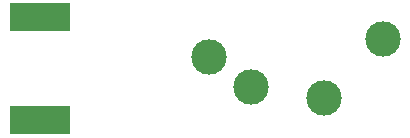
<source format=gbr>
%TF.GenerationSoftware,KiCad,Pcbnew,9.0.5*%
%TF.CreationDate,2025-10-20T01:08:57+02:00*%
%TF.ProjectId,T_umik-do-sondy-w-cz,5442756d-696b-42d6-946f-2d736f6e6479,rev?*%
%TF.SameCoordinates,Original*%
%TF.FileFunction,Soldermask,Bot*%
%TF.FilePolarity,Negative*%
%FSLAX46Y46*%
G04 Gerber Fmt 4.6, Leading zero omitted, Abs format (unit mm)*
G04 Created by KiCad (PCBNEW 9.0.5) date 2025-10-20 01:08:57*
%MOMM*%
%LPD*%
G01*
G04 APERTURE LIST*
%ADD10C,3.000000*%
%ADD11R,5.080000X2.420000*%
G04 APERTURE END LIST*
D10*
%TO.C,L2*%
X128100000Y-73200000D03*
X133100000Y-68200000D03*
%TD*%
%TO.C,L1*%
X118410000Y-69750000D03*
X121910000Y-72250000D03*
%TD*%
D11*
%TO.C,J1*%
X104060000Y-66340000D03*
X104060000Y-75100000D03*
%TD*%
M02*

</source>
